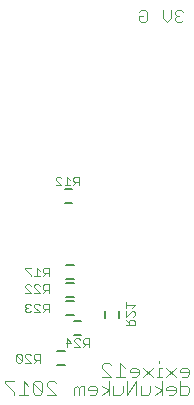
<source format=gbo>
G75*
%MOIN*%
%OFA0B0*%
%FSLAX25Y25*%
%IPPOS*%
%LPD*%
%AMOC8*
5,1,8,0,0,1.08239X$1,22.5*
%
%ADD10C,0.00400*%
%ADD11C,0.00600*%
%ADD12C,0.00300*%
D10*
X0015214Y0021050D02*
X0018284Y0017981D01*
X0018284Y0017213D01*
X0019818Y0017213D02*
X0022888Y0017213D01*
X0021353Y0017213D02*
X0021353Y0021817D01*
X0022888Y0020283D01*
X0024422Y0021050D02*
X0024422Y0017981D01*
X0025190Y0017213D01*
X0026724Y0017213D01*
X0027491Y0017981D01*
X0024422Y0021050D01*
X0025190Y0021817D01*
X0026724Y0021817D01*
X0027491Y0021050D01*
X0027491Y0017981D01*
X0029026Y0017213D02*
X0032095Y0017213D01*
X0029026Y0020283D01*
X0029026Y0021050D01*
X0029793Y0021817D01*
X0031328Y0021817D01*
X0032095Y0021050D01*
X0038234Y0019515D02*
X0038234Y0017213D01*
X0039769Y0017213D02*
X0039769Y0019515D01*
X0039001Y0020283D01*
X0038234Y0019515D01*
X0039769Y0019515D02*
X0040536Y0020283D01*
X0041303Y0020283D01*
X0041303Y0017213D01*
X0042838Y0018748D02*
X0042838Y0019515D01*
X0043605Y0020283D01*
X0045140Y0020283D01*
X0045907Y0019515D01*
X0045907Y0017981D01*
X0045140Y0017213D01*
X0043605Y0017213D01*
X0042838Y0018748D02*
X0045907Y0018748D01*
X0047442Y0017213D02*
X0049744Y0018748D01*
X0047442Y0020283D01*
X0047442Y0023213D02*
X0050511Y0023213D01*
X0047442Y0026283D01*
X0047442Y0027050D01*
X0048209Y0027817D01*
X0049744Y0027817D01*
X0050511Y0027050D01*
X0052046Y0023213D02*
X0055115Y0023213D01*
X0053580Y0023213D02*
X0053580Y0027817D01*
X0055115Y0026283D01*
X0056650Y0025515D02*
X0056650Y0024748D01*
X0059719Y0024748D01*
X0059719Y0023981D02*
X0059719Y0025515D01*
X0058952Y0026283D01*
X0057417Y0026283D01*
X0056650Y0025515D01*
X0057417Y0023213D02*
X0058952Y0023213D01*
X0059719Y0023981D01*
X0058952Y0021817D02*
X0055882Y0017213D01*
X0055882Y0021817D01*
X0054348Y0020283D02*
X0054348Y0017981D01*
X0053580Y0017213D01*
X0051278Y0017213D01*
X0051278Y0020283D01*
X0049744Y0021817D02*
X0049744Y0017213D01*
X0058952Y0017213D02*
X0058952Y0021817D01*
X0060486Y0020283D02*
X0060486Y0017213D01*
X0062788Y0017213D01*
X0063556Y0017981D01*
X0063556Y0020283D01*
X0065090Y0020283D02*
X0067392Y0018748D01*
X0065090Y0017213D01*
X0067392Y0017213D02*
X0067392Y0021817D01*
X0067392Y0023213D02*
X0065858Y0023213D01*
X0066625Y0023213D02*
X0066625Y0026283D01*
X0067392Y0026283D01*
X0066625Y0027817D02*
X0066625Y0028585D01*
X0064323Y0026283D02*
X0061254Y0023213D01*
X0064323Y0023213D02*
X0061254Y0026283D01*
X0068927Y0026283D02*
X0071996Y0023213D01*
X0073531Y0021817D02*
X0073531Y0017213D01*
X0075833Y0017213D01*
X0076600Y0017981D01*
X0076600Y0019515D01*
X0075833Y0020283D01*
X0073531Y0020283D01*
X0071996Y0019515D02*
X0071996Y0017981D01*
X0071229Y0017213D01*
X0069694Y0017213D01*
X0068927Y0018748D02*
X0071996Y0018748D01*
X0071996Y0019515D02*
X0071229Y0020283D01*
X0069694Y0020283D01*
X0068927Y0019515D01*
X0068927Y0018748D01*
X0068927Y0023213D02*
X0071996Y0026283D01*
X0073531Y0025515D02*
X0073531Y0024748D01*
X0076600Y0024748D01*
X0076600Y0023981D02*
X0076600Y0025515D01*
X0075833Y0026283D01*
X0074298Y0026283D01*
X0073531Y0025515D01*
X0074298Y0023213D02*
X0075833Y0023213D01*
X0076600Y0023981D01*
X0018284Y0021817D02*
X0015214Y0021817D01*
X0015214Y0021050D01*
X0060448Y0141313D02*
X0059764Y0141997D01*
X0059764Y0143365D01*
X0061132Y0143365D01*
X0059764Y0144733D02*
X0060448Y0145417D01*
X0061816Y0145417D01*
X0062500Y0144733D01*
X0062500Y0141997D01*
X0061816Y0141313D01*
X0060448Y0141313D01*
X0067721Y0142681D02*
X0067721Y0145417D01*
X0067721Y0142681D02*
X0069089Y0141313D01*
X0070456Y0142681D01*
X0070456Y0145417D01*
X0071864Y0144733D02*
X0071864Y0144049D01*
X0072548Y0143365D01*
X0071864Y0142681D01*
X0071864Y0141997D01*
X0072548Y0141313D01*
X0073916Y0141313D01*
X0074600Y0141997D01*
X0073232Y0143365D02*
X0072548Y0143365D01*
X0071864Y0144733D02*
X0072548Y0145417D01*
X0073916Y0145417D01*
X0074600Y0144733D01*
D11*
X0037581Y0085776D02*
X0035219Y0085776D01*
X0035219Y0081051D02*
X0037581Y0081051D01*
X0037981Y0060376D02*
X0035619Y0060376D01*
X0035619Y0055651D02*
X0037981Y0055651D01*
X0037981Y0054376D02*
X0035619Y0054376D01*
X0035619Y0049651D02*
X0037981Y0049651D01*
X0037981Y0048376D02*
X0035619Y0048376D01*
X0035619Y0043651D02*
X0037981Y0043651D01*
X0038119Y0041876D02*
X0040481Y0041876D01*
X0040481Y0037151D02*
X0038119Y0037151D01*
X0034981Y0031876D02*
X0032619Y0031876D01*
X0032619Y0027151D02*
X0034981Y0027151D01*
X0048438Y0042832D02*
X0048438Y0045194D01*
X0053162Y0045194D02*
X0053162Y0042832D01*
D12*
X0055500Y0043270D02*
X0057435Y0045205D01*
X0057919Y0045205D01*
X0058402Y0044722D01*
X0058402Y0043754D01*
X0057919Y0043270D01*
X0057919Y0042259D02*
X0056951Y0042259D01*
X0056467Y0041775D01*
X0056467Y0040324D01*
X0055500Y0040324D02*
X0058402Y0040324D01*
X0058402Y0041775D01*
X0057919Y0042259D01*
X0056467Y0041291D02*
X0055500Y0042259D01*
X0055500Y0043270D02*
X0055500Y0045205D01*
X0055500Y0046217D02*
X0055500Y0048152D01*
X0055500Y0047184D02*
X0058402Y0047184D01*
X0057435Y0046217D01*
X0043150Y0036066D02*
X0043150Y0033163D01*
X0043150Y0034131D02*
X0041699Y0034131D01*
X0041215Y0034615D01*
X0041215Y0035582D01*
X0041699Y0036066D01*
X0043150Y0036066D01*
X0042183Y0034131D02*
X0041215Y0033163D01*
X0040203Y0033163D02*
X0038269Y0035098D01*
X0038269Y0035582D01*
X0038752Y0036066D01*
X0039720Y0036066D01*
X0040203Y0035582D01*
X0040203Y0033163D02*
X0038269Y0033163D01*
X0037257Y0034615D02*
X0035322Y0034615D01*
X0035806Y0036066D02*
X0035806Y0033163D01*
X0037257Y0034615D02*
X0035806Y0036066D01*
X0029650Y0044663D02*
X0029650Y0047566D01*
X0028199Y0047566D01*
X0027715Y0047082D01*
X0027715Y0046115D01*
X0028199Y0045631D01*
X0029650Y0045631D01*
X0028683Y0045631D02*
X0027715Y0044663D01*
X0026703Y0044663D02*
X0024769Y0046598D01*
X0024769Y0047082D01*
X0025252Y0047566D01*
X0026220Y0047566D01*
X0026703Y0047082D01*
X0026703Y0044663D02*
X0024769Y0044663D01*
X0023757Y0045147D02*
X0023273Y0044663D01*
X0022306Y0044663D01*
X0021822Y0045147D01*
X0021822Y0045631D01*
X0022306Y0046115D01*
X0022789Y0046115D01*
X0022306Y0046115D02*
X0021822Y0046598D01*
X0021822Y0047082D01*
X0022306Y0047566D01*
X0023273Y0047566D01*
X0023757Y0047082D01*
X0023757Y0051163D02*
X0021822Y0051163D01*
X0023757Y0051163D02*
X0021822Y0053098D01*
X0021822Y0053582D01*
X0022306Y0054066D01*
X0023273Y0054066D01*
X0023757Y0053582D01*
X0024769Y0053582D02*
X0024769Y0053098D01*
X0026703Y0051163D01*
X0024769Y0051163D01*
X0024769Y0053582D02*
X0025252Y0054066D01*
X0026220Y0054066D01*
X0026703Y0053582D01*
X0027715Y0053582D02*
X0027715Y0052615D01*
X0028199Y0052131D01*
X0029650Y0052131D01*
X0029650Y0051163D02*
X0029650Y0054066D01*
X0028199Y0054066D01*
X0027715Y0053582D01*
X0028683Y0052131D02*
X0027715Y0051163D01*
X0027715Y0056663D02*
X0028683Y0057631D01*
X0028199Y0057631D02*
X0029650Y0057631D01*
X0029650Y0056663D02*
X0029650Y0059566D01*
X0028199Y0059566D01*
X0027715Y0059082D01*
X0027715Y0058115D01*
X0028199Y0057631D01*
X0026703Y0058598D02*
X0025736Y0059566D01*
X0025736Y0056663D01*
X0026703Y0056663D02*
X0024769Y0056663D01*
X0023757Y0056663D02*
X0023757Y0057147D01*
X0021822Y0059082D01*
X0021822Y0059566D01*
X0023757Y0059566D01*
X0032022Y0087013D02*
X0033957Y0087013D01*
X0032022Y0088948D01*
X0032022Y0089432D01*
X0032506Y0089916D01*
X0033473Y0089916D01*
X0033957Y0089432D01*
X0035936Y0089916D02*
X0035936Y0087013D01*
X0036903Y0087013D02*
X0034969Y0087013D01*
X0036903Y0088948D02*
X0035936Y0089916D01*
X0037915Y0089432D02*
X0037915Y0088465D01*
X0038399Y0087981D01*
X0039850Y0087981D01*
X0038883Y0087981D02*
X0037915Y0087013D01*
X0039850Y0087013D02*
X0039850Y0089916D01*
X0038399Y0089916D01*
X0037915Y0089432D01*
X0026650Y0030816D02*
X0025199Y0030816D01*
X0024715Y0030332D01*
X0024715Y0029365D01*
X0025199Y0028881D01*
X0026650Y0028881D01*
X0025683Y0028881D02*
X0024715Y0027913D01*
X0023703Y0027913D02*
X0021769Y0029848D01*
X0021769Y0030332D01*
X0022252Y0030816D01*
X0023220Y0030816D01*
X0023703Y0030332D01*
X0023703Y0027913D02*
X0021769Y0027913D01*
X0020757Y0028397D02*
X0020757Y0030332D01*
X0020273Y0030816D01*
X0019306Y0030816D01*
X0018822Y0030332D01*
X0020757Y0028397D01*
X0020273Y0027913D01*
X0019306Y0027913D01*
X0018822Y0028397D01*
X0018822Y0030332D01*
X0026650Y0030816D02*
X0026650Y0027913D01*
M02*

</source>
